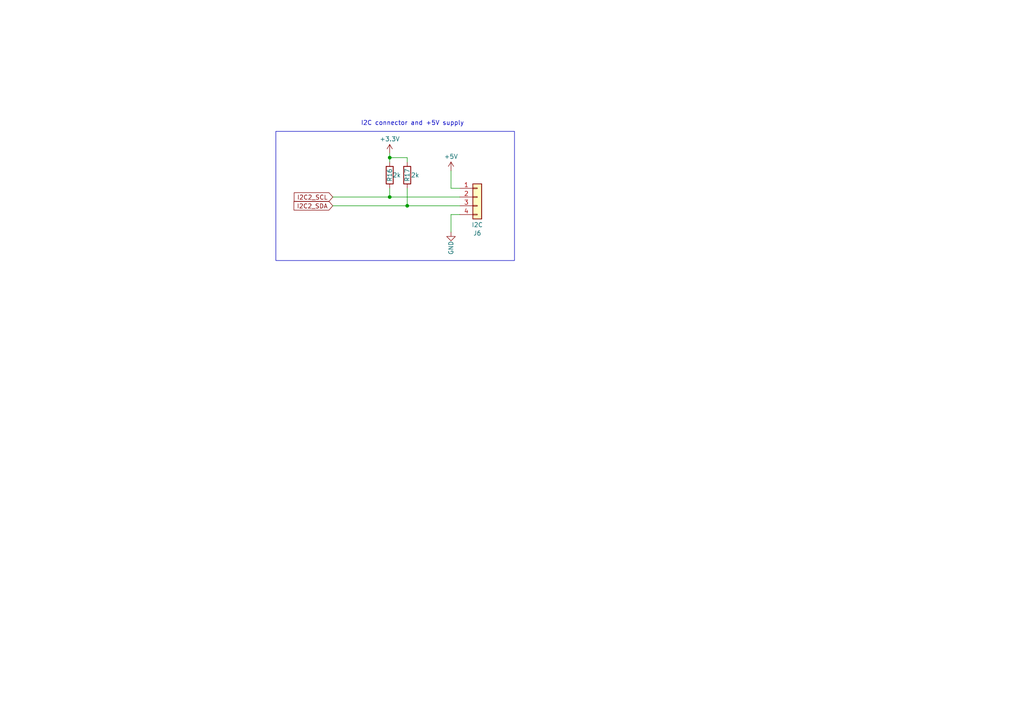
<source format=kicad_sch>
(kicad_sch
	(version 20231120)
	(generator "eeschema")
	(generator_version "8.0")
	(uuid "e5e6e066-9a56-4a68-b47f-b922c850cc32")
	(paper "A4")
	(lib_symbols
		(symbol "Connector_Generic:Conn_01x04"
			(pin_names
				(offset 1.016) hide)
			(exclude_from_sim no)
			(in_bom yes)
			(on_board yes)
			(property "Reference" "J"
				(at 0 5.08 0)
				(effects
					(font
						(size 1.27 1.27)
					)
				)
			)
			(property "Value" "Conn_01x04"
				(at 0 -7.62 0)
				(effects
					(font
						(size 1.27 1.27)
					)
				)
			)
			(property "Footprint" ""
				(at 0 0 0)
				(effects
					(font
						(size 1.27 1.27)
					)
					(hide yes)
				)
			)
			(property "Datasheet" "~"
				(at 0 0 0)
				(effects
					(font
						(size 1.27 1.27)
					)
					(hide yes)
				)
			)
			(property "Description" "Generic connector, single row, 01x04, script generated (kicad-library-utils/schlib/autogen/connector/)"
				(at 0 0 0)
				(effects
					(font
						(size 1.27 1.27)
					)
					(hide yes)
				)
			)
			(property "ki_keywords" "connector"
				(at 0 0 0)
				(effects
					(font
						(size 1.27 1.27)
					)
					(hide yes)
				)
			)
			(property "ki_fp_filters" "Connector*:*_1x??_*"
				(at 0 0 0)
				(effects
					(font
						(size 1.27 1.27)
					)
					(hide yes)
				)
			)
			(symbol "Conn_01x04_1_1"
				(rectangle
					(start -1.27 -4.953)
					(end 0 -5.207)
					(stroke
						(width 0.1524)
						(type default)
					)
					(fill
						(type none)
					)
				)
				(rectangle
					(start -1.27 -2.413)
					(end 0 -2.667)
					(stroke
						(width 0.1524)
						(type default)
					)
					(fill
						(type none)
					)
				)
				(rectangle
					(start -1.27 0.127)
					(end 0 -0.127)
					(stroke
						(width 0.1524)
						(type default)
					)
					(fill
						(type none)
					)
				)
				(rectangle
					(start -1.27 2.667)
					(end 0 2.413)
					(stroke
						(width 0.1524)
						(type default)
					)
					(fill
						(type none)
					)
				)
				(rectangle
					(start -1.27 3.81)
					(end 1.27 -6.35)
					(stroke
						(width 0.254)
						(type default)
					)
					(fill
						(type background)
					)
				)
				(pin passive line
					(at -5.08 2.54 0)
					(length 3.81)
					(name "Pin_1"
						(effects
							(font
								(size 1.27 1.27)
							)
						)
					)
					(number "1"
						(effects
							(font
								(size 1.27 1.27)
							)
						)
					)
				)
				(pin passive line
					(at -5.08 0 0)
					(length 3.81)
					(name "Pin_2"
						(effects
							(font
								(size 1.27 1.27)
							)
						)
					)
					(number "2"
						(effects
							(font
								(size 1.27 1.27)
							)
						)
					)
				)
				(pin passive line
					(at -5.08 -2.54 0)
					(length 3.81)
					(name "Pin_3"
						(effects
							(font
								(size 1.27 1.27)
							)
						)
					)
					(number "3"
						(effects
							(font
								(size 1.27 1.27)
							)
						)
					)
				)
				(pin passive line
					(at -5.08 -5.08 0)
					(length 3.81)
					(name "Pin_4"
						(effects
							(font
								(size 1.27 1.27)
							)
						)
					)
					(number "4"
						(effects
							(font
								(size 1.27 1.27)
							)
						)
					)
				)
			)
		)
		(symbol "Device:R"
			(pin_numbers hide)
			(pin_names
				(offset 0)
			)
			(exclude_from_sim no)
			(in_bom yes)
			(on_board yes)
			(property "Reference" "R"
				(at 2.032 0 90)
				(effects
					(font
						(size 1.27 1.27)
					)
				)
			)
			(property "Value" "R"
				(at 0 0 90)
				(effects
					(font
						(size 1.27 1.27)
					)
				)
			)
			(property "Footprint" ""
				(at -1.778 0 90)
				(effects
					(font
						(size 1.27 1.27)
					)
					(hide yes)
				)
			)
			(property "Datasheet" "~"
				(at 0 0 0)
				(effects
					(font
						(size 1.27 1.27)
					)
					(hide yes)
				)
			)
			(property "Description" "Resistor"
				(at 0 0 0)
				(effects
					(font
						(size 1.27 1.27)
					)
					(hide yes)
				)
			)
			(property "ki_keywords" "R res resistor"
				(at 0 0 0)
				(effects
					(font
						(size 1.27 1.27)
					)
					(hide yes)
				)
			)
			(property "ki_fp_filters" "R_*"
				(at 0 0 0)
				(effects
					(font
						(size 1.27 1.27)
					)
					(hide yes)
				)
			)
			(symbol "R_0_1"
				(rectangle
					(start -1.016 -2.54)
					(end 1.016 2.54)
					(stroke
						(width 0.254)
						(type default)
					)
					(fill
						(type none)
					)
				)
			)
			(symbol "R_1_1"
				(pin passive line
					(at 0 3.81 270)
					(length 1.27)
					(name "~"
						(effects
							(font
								(size 1.27 1.27)
							)
						)
					)
					(number "1"
						(effects
							(font
								(size 1.27 1.27)
							)
						)
					)
				)
				(pin passive line
					(at 0 -3.81 90)
					(length 1.27)
					(name "~"
						(effects
							(font
								(size 1.27 1.27)
							)
						)
					)
					(number "2"
						(effects
							(font
								(size 1.27 1.27)
							)
						)
					)
				)
			)
		)
		(symbol "power:+5V"
			(power)
			(pin_names
				(offset 0)
			)
			(exclude_from_sim no)
			(in_bom yes)
			(on_board yes)
			(property "Reference" "#PWR"
				(at 0 -3.81 0)
				(effects
					(font
						(size 1.27 1.27)
					)
					(hide yes)
				)
			)
			(property "Value" "+5V"
				(at 0 3.556 0)
				(effects
					(font
						(size 1.27 1.27)
					)
				)
			)
			(property "Footprint" ""
				(at 0 0 0)
				(effects
					(font
						(size 1.27 1.27)
					)
					(hide yes)
				)
			)
			(property "Datasheet" ""
				(at 0 0 0)
				(effects
					(font
						(size 1.27 1.27)
					)
					(hide yes)
				)
			)
			(property "Description" "Power symbol creates a global label with name \"+5V\""
				(at 0 0 0)
				(effects
					(font
						(size 1.27 1.27)
					)
					(hide yes)
				)
			)
			(property "ki_keywords" "global power"
				(at 0 0 0)
				(effects
					(font
						(size 1.27 1.27)
					)
					(hide yes)
				)
			)
			(symbol "+5V_0_1"
				(polyline
					(pts
						(xy -0.762 1.27) (xy 0 2.54)
					)
					(stroke
						(width 0)
						(type default)
					)
					(fill
						(type none)
					)
				)
				(polyline
					(pts
						(xy 0 0) (xy 0 2.54)
					)
					(stroke
						(width 0)
						(type default)
					)
					(fill
						(type none)
					)
				)
				(polyline
					(pts
						(xy 0 2.54) (xy 0.762 1.27)
					)
					(stroke
						(width 0)
						(type default)
					)
					(fill
						(type none)
					)
				)
			)
			(symbol "+5V_1_1"
				(pin power_in line
					(at 0 0 90)
					(length 0) hide
					(name "+5V"
						(effects
							(font
								(size 1.27 1.27)
							)
						)
					)
					(number "1"
						(effects
							(font
								(size 1.27 1.27)
							)
						)
					)
				)
			)
		)
		(symbol "power:GND"
			(power)
			(pin_names
				(offset 0)
			)
			(exclude_from_sim no)
			(in_bom yes)
			(on_board yes)
			(property "Reference" "#PWR"
				(at 0 -6.35 0)
				(effects
					(font
						(size 1.27 1.27)
					)
					(hide yes)
				)
			)
			(property "Value" "GND"
				(at 0 -3.81 0)
				(effects
					(font
						(size 1.27 1.27)
					)
				)
			)
			(property "Footprint" ""
				(at 0 0 0)
				(effects
					(font
						(size 1.27 1.27)
					)
					(hide yes)
				)
			)
			(property "Datasheet" ""
				(at 0 0 0)
				(effects
					(font
						(size 1.27 1.27)
					)
					(hide yes)
				)
			)
			(property "Description" "Power symbol creates a global label with name \"GND\" , ground"
				(at 0 0 0)
				(effects
					(font
						(size 1.27 1.27)
					)
					(hide yes)
				)
			)
			(property "ki_keywords" "global power"
				(at 0 0 0)
				(effects
					(font
						(size 1.27 1.27)
					)
					(hide yes)
				)
			)
			(symbol "GND_0_1"
				(polyline
					(pts
						(xy 0 0) (xy 0 -1.27) (xy 1.27 -1.27) (xy 0 -2.54) (xy -1.27 -1.27) (xy 0 -1.27)
					)
					(stroke
						(width 0)
						(type default)
					)
					(fill
						(type none)
					)
				)
			)
			(symbol "GND_1_1"
				(pin power_in line
					(at 0 0 270)
					(length 0) hide
					(name "GND"
						(effects
							(font
								(size 1.27 1.27)
							)
						)
					)
					(number "1"
						(effects
							(font
								(size 1.27 1.27)
							)
						)
					)
				)
			)
		)
	)
	(junction
		(at 113.03 57.15)
		(diameter 0)
		(color 0 0 0 0)
		(uuid "1b3ca50f-3a3a-4c98-9841-0908faf817e1")
	)
	(junction
		(at 113.03 45.72)
		(diameter 0)
		(color 0 0 0 0)
		(uuid "23d8a7cb-4a9c-43bb-b536-d2a459e5ad67")
	)
	(junction
		(at 118.11 59.69)
		(diameter 0)
		(color 0 0 0 0)
		(uuid "dee476e6-f3d1-491b-8a1f-669893756e0d")
	)
	(wire
		(pts
			(xy 113.03 57.15) (xy 96.52 57.15)
		)
		(stroke
			(width 0)
			(type default)
		)
		(uuid "1a24c54f-f1b0-463c-b247-3eef3ac137cc")
	)
	(wire
		(pts
			(xy 130.81 54.61) (xy 130.81 49.53)
		)
		(stroke
			(width 0)
			(type default)
		)
		(uuid "410c9c85-6331-4445-8688-efb6866d1603")
	)
	(wire
		(pts
			(xy 130.81 62.23) (xy 133.35 62.23)
		)
		(stroke
			(width 0)
			(type default)
		)
		(uuid "4dd16700-e2f0-40d5-ab1f-d260ac7f8ff0")
	)
	(wire
		(pts
			(xy 118.11 45.72) (xy 113.03 45.72)
		)
		(stroke
			(width 0)
			(type default)
		)
		(uuid "6779363f-b197-4d20-9ad9-2ebbbf7ff122")
	)
	(wire
		(pts
			(xy 118.11 59.69) (xy 96.52 59.69)
		)
		(stroke
			(width 0)
			(type default)
		)
		(uuid "702ed311-88cd-432f-a669-21ae4890e5bc")
	)
	(wire
		(pts
			(xy 118.11 54.61) (xy 118.11 59.69)
		)
		(stroke
			(width 0)
			(type default)
		)
		(uuid "7bb3cb30-faed-42c3-8e40-1740e763f310")
	)
	(wire
		(pts
			(xy 113.03 54.61) (xy 113.03 57.15)
		)
		(stroke
			(width 0)
			(type default)
		)
		(uuid "7cbbd693-8ffa-4f90-93d7-34772342f54b")
	)
	(wire
		(pts
			(xy 133.35 57.15) (xy 113.03 57.15)
		)
		(stroke
			(width 0)
			(type default)
		)
		(uuid "a79b20b4-781e-498f-967c-f52ff497c19e")
	)
	(wire
		(pts
			(xy 113.03 44.45) (xy 113.03 45.72)
		)
		(stroke
			(width 0)
			(type default)
		)
		(uuid "aa604e6a-7d5d-4b0b-82b9-4344bd86eb5d")
	)
	(wire
		(pts
			(xy 113.03 45.72) (xy 113.03 46.99)
		)
		(stroke
			(width 0)
			(type default)
		)
		(uuid "b014974b-a30b-4f17-ba59-afd732b22bef")
	)
	(wire
		(pts
			(xy 118.11 46.99) (xy 118.11 45.72)
		)
		(stroke
			(width 0)
			(type default)
		)
		(uuid "b0324b14-c71a-4f82-908d-6dc838aa4210")
	)
	(wire
		(pts
			(xy 130.81 67.31) (xy 130.81 62.23)
		)
		(stroke
			(width 0)
			(type default)
		)
		(uuid "d47684ac-2231-402c-89d6-f714adc45539")
	)
	(wire
		(pts
			(xy 133.35 59.69) (xy 118.11 59.69)
		)
		(stroke
			(width 0)
			(type default)
		)
		(uuid "d827148a-bd8c-47a8-b712-a3f0e08a5494")
	)
	(wire
		(pts
			(xy 130.81 54.61) (xy 133.35 54.61)
		)
		(stroke
			(width 0)
			(type default)
		)
		(uuid "f7ec953d-ae05-46cf-bed7-70bddae993b0")
	)
	(rectangle
		(start 80.01 38.1)
		(end 149.225 75.565)
		(stroke
			(width 0)
			(type default)
		)
		(fill
			(type none)
		)
		(uuid 4450b104-2ac8-4bd3-a671-4232848bd4a0)
	)
	(text "I2C connector and +5V supply"
		(exclude_from_sim no)
		(at 119.634 35.814 0)
		(effects
			(font
				(size 1.27 1.27)
			)
		)
		(uuid "765b1f25-c63e-4b53-827c-f9d135d0d18e")
	)
	(global_label "I2C2_SDA"
		(shape input)
		(at 96.52 59.69 180)
		(fields_autoplaced yes)
		(effects
			(font
				(size 1.27 1.27)
			)
			(justify right)
		)
		(uuid "635ed9b4-8a23-417f-a8cf-2bb5a682366c")
		(property "Intersheetrefs" "${INTERSHEET_REFS}"
			(at 84.7053 59.69 0)
			(effects
				(font
					(size 1.27 1.27)
				)
				(justify right)
				(hide yes)
			)
		)
	)
	(global_label "I2C2_SCL"
		(shape input)
		(at 96.52 57.15 180)
		(fields_autoplaced yes)
		(effects
			(font
				(size 1.27 1.27)
			)
			(justify right)
		)
		(uuid "84360e15-52bd-4b8a-affc-16a16c1e14aa")
		(property "Intersheetrefs" "${INTERSHEET_REFS}"
			(at 84.7658 57.15 0)
			(effects
				(font
					(size 1.27 1.27)
				)
				(justify right)
				(hide yes)
			)
		)
	)
	(symbol
		(lib_id "power:+5V")
		(at 113.03 44.45 0)
		(mirror y)
		(unit 1)
		(exclude_from_sim no)
		(in_bom yes)
		(on_board yes)
		(dnp no)
		(uuid "2e2b550e-c242-4a90-a4e3-e31d0f20a565")
		(property "Reference" "#PWR043"
			(at 113.03 48.26 0)
			(effects
				(font
					(size 1.27 1.27)
				)
				(hide yes)
			)
		)
		(property "Value" "+3.3V"
			(at 113.03 40.3169 0)
			(effects
				(font
					(size 1.27 1.27)
				)
			)
		)
		(property "Footprint" ""
			(at 113.03 44.45 0)
			(effects
				(font
					(size 1.27 1.27)
				)
				(hide yes)
			)
		)
		(property "Datasheet" ""
			(at 113.03 44.45 0)
			(effects
				(font
					(size 1.27 1.27)
				)
				(hide yes)
			)
		)
		(property "Description" ""
			(at 113.03 44.45 0)
			(effects
				(font
					(size 1.27 1.27)
				)
				(hide yes)
			)
		)
		(pin "1"
			(uuid "56f7f50c-c687-4964-beaf-18b4fb4e4d58")
		)
		(instances
			(project "EaserCAT-7000"
				(path "/5597aedc-b607-407f-bbfd-31b3b298ecb1/6bc8268b-123e-4904-80e9-de4fbe627e3b"
					(reference "#PWR043")
					(unit 1)
				)
			)
		)
	)
	(symbol
		(lib_id "Device:R")
		(at 113.03 50.8 0)
		(unit 1)
		(exclude_from_sim no)
		(in_bom yes)
		(on_board yes)
		(dnp no)
		(uuid "508edbff-3314-45d9-a9c8-230c8a66278c")
		(property "Reference" "R16"
			(at 113.03 50.8 90)
			(effects
				(font
					(size 1.27 1.27)
				)
			)
		)
		(property "Value" "2k"
			(at 115.062 50.8 0)
			(effects
				(font
					(size 1.27 1.27)
				)
			)
		)
		(property "Footprint" "Resistor_SMD:R_0603_1608Metric"
			(at 111.252 50.8 90)
			(effects
				(font
					(size 1.27 1.27)
				)
				(hide yes)
			)
		)
		(property "Datasheet" "~"
			(at 113.03 50.8 0)
			(effects
				(font
					(size 1.27 1.27)
				)
				(hide yes)
			)
		)
		(property "Description" "Resistor"
			(at 113.03 50.8 0)
			(effects
				(font
					(size 1.27 1.27)
				)
				(hide yes)
			)
		)
		(pin "1"
			(uuid "3a71bce4-db4d-42ea-9e39-6d7c8f35067e")
		)
		(pin "2"
			(uuid "2e0c3fc7-f2ff-4e6e-b7aa-35051238601b")
		)
		(instances
			(project "EaserCAT-7000"
				(path "/5597aedc-b607-407f-bbfd-31b3b298ecb1/6bc8268b-123e-4904-80e9-de4fbe627e3b"
					(reference "R16")
					(unit 1)
				)
			)
		)
	)
	(symbol
		(lib_id "power:+5V")
		(at 130.81 49.53 0)
		(unit 1)
		(exclude_from_sim no)
		(in_bom yes)
		(on_board yes)
		(dnp no)
		(fields_autoplaced yes)
		(uuid "819418c2-85a7-4823-9006-7432f400c277")
		(property "Reference" "#PWR040"
			(at 130.81 53.34 0)
			(effects
				(font
					(size 1.27 1.27)
				)
				(hide yes)
			)
		)
		(property "Value" "+5V"
			(at 130.81 45.3969 0)
			(effects
				(font
					(size 1.27 1.27)
				)
			)
		)
		(property "Footprint" ""
			(at 130.81 49.53 0)
			(effects
				(font
					(size 1.27 1.27)
				)
				(hide yes)
			)
		)
		(property "Datasheet" ""
			(at 130.81 49.53 0)
			(effects
				(font
					(size 1.27 1.27)
				)
				(hide yes)
			)
		)
		(property "Description" ""
			(at 130.81 49.53 0)
			(effects
				(font
					(size 1.27 1.27)
				)
				(hide yes)
			)
		)
		(pin "1"
			(uuid "ca8de125-5660-4d11-b975-c5c846a892d1")
		)
		(instances
			(project "EaserCAT-7000"
				(path "/5597aedc-b607-407f-bbfd-31b3b298ecb1/6bc8268b-123e-4904-80e9-de4fbe627e3b"
					(reference "#PWR040")
					(unit 1)
				)
			)
		)
	)
	(symbol
		(lib_id "Connector_Generic:Conn_01x04")
		(at 138.43 57.15 0)
		(unit 1)
		(exclude_from_sim no)
		(in_bom yes)
		(on_board yes)
		(dnp no)
		(uuid "b755233b-6830-4e83-b0d9-42c2dd5ea65d")
		(property "Reference" "J6"
			(at 138.43 67.6443 0)
			(effects
				(font
					(size 1.27 1.27)
				)
			)
		)
		(property "Value" "I2C"
			(at 138.43 65.2201 0)
			(effects
				(font
					(size 1.27 1.27)
				)
			)
		)
		(property "Footprint" "Connector_Phoenix_MC:PhoenixContact_MCV_1,5_4-G-3.5_1x04_P3.50mm_Vertical"
			(at 138.43 57.15 0)
			(effects
				(font
					(size 1.27 1.27)
				)
				(hide yes)
			)
		)
		(property "Datasheet" "~"
			(at 138.43 57.15 0)
			(effects
				(font
					(size 1.27 1.27)
				)
				(hide yes)
			)
		)
		(property "Description" "Generic connector, single row, 01x04, script generated (kicad-library-utils/schlib/autogen/connector/)"
			(at 138.43 57.15 0)
			(effects
				(font
					(size 1.27 1.27)
				)
				(hide yes)
			)
		)
		(pin "1"
			(uuid "b5287b65-1159-4b24-88fa-e1346fa90466")
		)
		(pin "2"
			(uuid "6cc470d1-4591-4cfa-84e9-67473bd845e0")
		)
		(pin "3"
			(uuid "a2255d18-2436-45b3-8ca6-b9d22e42e995")
		)
		(pin "4"
			(uuid "d112d42c-41b5-4c22-aca3-b850abf1d1bf")
		)
		(instances
			(project "EaserCAT-7000"
				(path "/5597aedc-b607-407f-bbfd-31b3b298ecb1/6bc8268b-123e-4904-80e9-de4fbe627e3b"
					(reference "J6")
					(unit 1)
				)
			)
		)
	)
	(symbol
		(lib_id "power:GND")
		(at 130.81 67.31 0)
		(unit 1)
		(exclude_from_sim no)
		(in_bom yes)
		(on_board yes)
		(dnp no)
		(uuid "c8d524da-cc72-43ff-bee5-f47dc354b3ff")
		(property "Reference" "#PWR041"
			(at 130.81 73.66 0)
			(effects
				(font
					(size 1.27 1.27)
				)
				(hide yes)
			)
		)
		(property "Value" "GND"
			(at 130.81 69.85 90)
			(effects
				(font
					(size 1.27 1.27)
				)
				(justify right)
			)
		)
		(property "Footprint" ""
			(at 130.81 67.31 0)
			(effects
				(font
					(size 1.27 1.27)
				)
				(hide yes)
			)
		)
		(property "Datasheet" ""
			(at 130.81 67.31 0)
			(effects
				(font
					(size 1.27 1.27)
				)
				(hide yes)
			)
		)
		(property "Description" ""
			(at 130.81 67.31 0)
			(effects
				(font
					(size 1.27 1.27)
				)
				(hide yes)
			)
		)
		(pin "1"
			(uuid "51475800-50c4-4adc-854c-14939244e858")
		)
		(instances
			(project "EaserCAT-7000"
				(path "/5597aedc-b607-407f-bbfd-31b3b298ecb1/6bc8268b-123e-4904-80e9-de4fbe627e3b"
					(reference "#PWR041")
					(unit 1)
				)
			)
		)
	)
	(symbol
		(lib_id "Device:R")
		(at 118.11 50.8 0)
		(unit 1)
		(exclude_from_sim no)
		(in_bom yes)
		(on_board yes)
		(dnp no)
		(uuid "cf921a02-09ea-450e-9f6c-7571fbde187d")
		(property "Reference" "R17"
			(at 118.11 50.8 90)
			(effects
				(font
					(size 1.27 1.27)
				)
			)
		)
		(property "Value" "2k"
			(at 120.396 50.8 0)
			(effects
				(font
					(size 1.27 1.27)
				)
			)
		)
		(property "Footprint" "Resistor_SMD:R_0603_1608Metric"
			(at 116.332 50.8 90)
			(effects
				(font
					(size 1.27 1.27)
				)
				(hide yes)
			)
		)
		(property "Datasheet" "~"
			(at 118.11 50.8 0)
			(effects
				(font
					(size 1.27 1.27)
				)
				(hide yes)
			)
		)
		(property "Description" "Resistor"
			(at 118.11 50.8 0)
			(effects
				(font
					(size 1.27 1.27)
				)
				(hide yes)
			)
		)
		(pin "1"
			(uuid "be938654-3512-4e4b-b528-422039fa4fa0")
		)
		(pin "2"
			(uuid "f66b3ca2-6fb5-47e9-9657-6ef4eaa41f76")
		)
		(instances
			(project "EaserCAT-7000"
				(path "/5597aedc-b607-407f-bbfd-31b3b298ecb1/6bc8268b-123e-4904-80e9-de4fbe627e3b"
					(reference "R17")
					(unit 1)
				)
			)
		)
	)
)

</source>
